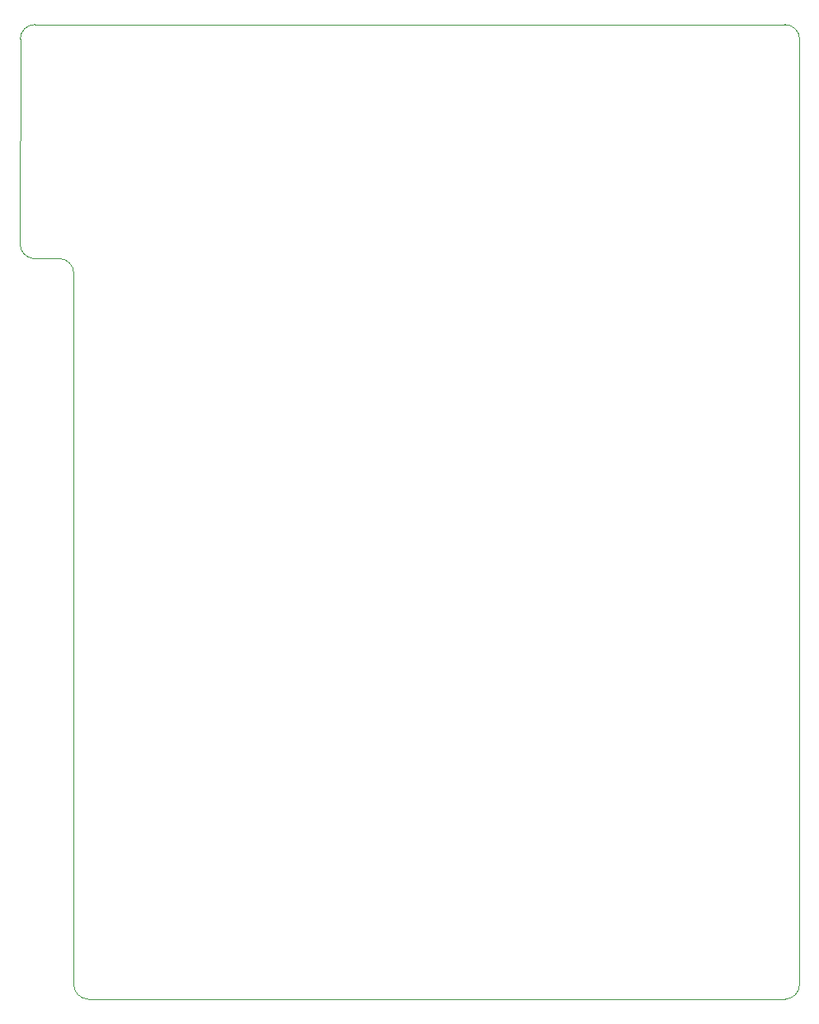
<source format=gm1>
G04 #@! TF.GenerationSoftware,KiCad,Pcbnew,7.0.10*
G04 #@! TF.CreationDate,2024-02-26T06:51:28+09:00*
G04 #@! TF.ProjectId,fs-a1_rom_patch,66732d61-315f-4726-9f6d-5f7061746368,1.0*
G04 #@! TF.SameCoordinates,Original*
G04 #@! TF.FileFunction,Profile,NP*
%FSLAX46Y46*%
G04 Gerber Fmt 4.6, Leading zero omitted, Abs format (unit mm)*
G04 Created by KiCad (PCBNEW 7.0.10) date 2024-02-26 06:51:28*
%MOMM*%
%LPD*%
G01*
G04 APERTURE LIST*
G04 #@! TA.AperFunction,Profile*
%ADD10C,0.100000*%
G04 #@! TD*
G04 APERTURE END LIST*
D10*
X59500000Y-51500000D02*
X59476584Y-72500000D01*
X139500000Y-148500000D02*
X139500000Y-51500000D01*
X61000000Y-50000000D02*
X138000000Y-50000000D01*
X138000000Y-150000000D02*
G75*
G03*
X139500000Y-148500000I0J1500000D01*
G01*
X65000000Y-75520000D02*
G75*
G03*
X63500000Y-74020000I-1500000J0D01*
G01*
X60898026Y-74019999D02*
X63500000Y-74020000D01*
X65000000Y-148500000D02*
G75*
G03*
X66500000Y-150000000I1500000J0D01*
G01*
X139500000Y-51500000D02*
G75*
G03*
X138000000Y-50000000I-1500000J0D01*
G01*
X66500000Y-150000000D02*
X138000000Y-150000000D01*
X65000000Y-75520000D02*
X65000000Y-148500000D01*
X61000000Y-50000000D02*
G75*
G03*
X59500000Y-51500000I0J-1500000D01*
G01*
X59476585Y-72500000D02*
G75*
G03*
X60898026Y-74019998I1523415J0D01*
G01*
M02*

</source>
